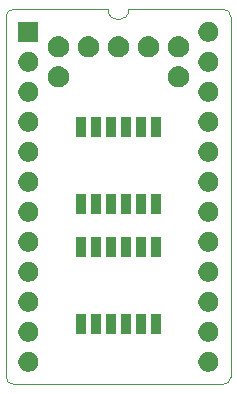
<source format=gbr>
%TF.GenerationSoftware,KiCad,Pcbnew,(5.1.5-0-10_14)*%
%TF.CreationDate,2021-03-11T16:13:23+01:00*%
%TF.ProjectId,C64-ROM-Adapter-LB,4336342d-524f-44d2-9d41-646170746572,1.1*%
%TF.SameCoordinates,Original*%
%TF.FileFunction,Soldermask,Top*%
%TF.FilePolarity,Negative*%
%FSLAX46Y46*%
G04 Gerber Fmt 4.6, Leading zero omitted, Abs format (unit mm)*
G04 Created by KiCad (PCBNEW (5.1.5-0-10_14)) date 2021-03-11 16:13:23*
%MOMM*%
%LPD*%
G04 APERTURE LIST*
%ADD10C,0.050000*%
%ADD11C,0.150000*%
G04 APERTURE END LIST*
D10*
X122809000Y-48895000D02*
X130810000Y-48895000D01*
X122809000Y-48895000D02*
G75*
G02X121031000Y-48895000I-889000J0D01*
G01*
X131445000Y-80010000D02*
G75*
G02X130810000Y-80645000I-635000J0D01*
G01*
X113030000Y-80645000D02*
G75*
G02X112395000Y-80010000I0J635000D01*
G01*
X112395000Y-49530000D02*
G75*
G02X113030000Y-48895000I635000J0D01*
G01*
X130810000Y-48895000D02*
G75*
G02X131445000Y-49530000I0J-635000D01*
G01*
X112395000Y-80010000D02*
X112395000Y-49530000D01*
X130810000Y-80645000D02*
X113030000Y-80645000D01*
X131445000Y-49530000D02*
X131445000Y-80010000D01*
X113030000Y-48895000D02*
X121031000Y-48895000D01*
D11*
G36*
X129788228Y-77921703D02*
G01*
X129943100Y-77985853D01*
X130082481Y-78078985D01*
X130201015Y-78197519D01*
X130294147Y-78336900D01*
X130358297Y-78491772D01*
X130391000Y-78656184D01*
X130391000Y-78823816D01*
X130358297Y-78988228D01*
X130294147Y-79143100D01*
X130201015Y-79282481D01*
X130082481Y-79401015D01*
X129943100Y-79494147D01*
X129788228Y-79558297D01*
X129623816Y-79591000D01*
X129456184Y-79591000D01*
X129291772Y-79558297D01*
X129136900Y-79494147D01*
X128997519Y-79401015D01*
X128878985Y-79282481D01*
X128785853Y-79143100D01*
X128721703Y-78988228D01*
X128689000Y-78823816D01*
X128689000Y-78656184D01*
X128721703Y-78491772D01*
X128785853Y-78336900D01*
X128878985Y-78197519D01*
X128997519Y-78078985D01*
X129136900Y-77985853D01*
X129291772Y-77921703D01*
X129456184Y-77889000D01*
X129623816Y-77889000D01*
X129788228Y-77921703D01*
G37*
G36*
X114548228Y-77921703D02*
G01*
X114703100Y-77985853D01*
X114842481Y-78078985D01*
X114961015Y-78197519D01*
X115054147Y-78336900D01*
X115118297Y-78491772D01*
X115151000Y-78656184D01*
X115151000Y-78823816D01*
X115118297Y-78988228D01*
X115054147Y-79143100D01*
X114961015Y-79282481D01*
X114842481Y-79401015D01*
X114703100Y-79494147D01*
X114548228Y-79558297D01*
X114383816Y-79591000D01*
X114216184Y-79591000D01*
X114051772Y-79558297D01*
X113896900Y-79494147D01*
X113757519Y-79401015D01*
X113638985Y-79282481D01*
X113545853Y-79143100D01*
X113481703Y-78988228D01*
X113449000Y-78823816D01*
X113449000Y-78656184D01*
X113481703Y-78491772D01*
X113545853Y-78336900D01*
X113638985Y-78197519D01*
X113757519Y-78078985D01*
X113896900Y-77985853D01*
X114051772Y-77921703D01*
X114216184Y-77889000D01*
X114383816Y-77889000D01*
X114548228Y-77921703D01*
G37*
G36*
X129788228Y-75381703D02*
G01*
X129943100Y-75445853D01*
X130082481Y-75538985D01*
X130201015Y-75657519D01*
X130294147Y-75796900D01*
X130358297Y-75951772D01*
X130391000Y-76116184D01*
X130391000Y-76283816D01*
X130358297Y-76448228D01*
X130294147Y-76603100D01*
X130201015Y-76742481D01*
X130082481Y-76861015D01*
X129943100Y-76954147D01*
X129788228Y-77018297D01*
X129623816Y-77051000D01*
X129456184Y-77051000D01*
X129291772Y-77018297D01*
X129136900Y-76954147D01*
X128997519Y-76861015D01*
X128878985Y-76742481D01*
X128785853Y-76603100D01*
X128721703Y-76448228D01*
X128689000Y-76283816D01*
X128689000Y-76116184D01*
X128721703Y-75951772D01*
X128785853Y-75796900D01*
X128878985Y-75657519D01*
X128997519Y-75538985D01*
X129136900Y-75445853D01*
X129291772Y-75381703D01*
X129456184Y-75349000D01*
X129623816Y-75349000D01*
X129788228Y-75381703D01*
G37*
G36*
X114548228Y-75381703D02*
G01*
X114703100Y-75445853D01*
X114842481Y-75538985D01*
X114961015Y-75657519D01*
X115054147Y-75796900D01*
X115118297Y-75951772D01*
X115151000Y-76116184D01*
X115151000Y-76283816D01*
X115118297Y-76448228D01*
X115054147Y-76603100D01*
X114961015Y-76742481D01*
X114842481Y-76861015D01*
X114703100Y-76954147D01*
X114548228Y-77018297D01*
X114383816Y-77051000D01*
X114216184Y-77051000D01*
X114051772Y-77018297D01*
X113896900Y-76954147D01*
X113757519Y-76861015D01*
X113638985Y-76742481D01*
X113545853Y-76603100D01*
X113481703Y-76448228D01*
X113449000Y-76283816D01*
X113449000Y-76116184D01*
X113481703Y-75951772D01*
X113545853Y-75796900D01*
X113638985Y-75657519D01*
X113757519Y-75538985D01*
X113896900Y-75445853D01*
X114051772Y-75381703D01*
X114216184Y-75349000D01*
X114383816Y-75349000D01*
X114548228Y-75381703D01*
G37*
G36*
X125526000Y-76416000D02*
G01*
X124664000Y-76416000D01*
X124664000Y-74714000D01*
X125526000Y-74714000D01*
X125526000Y-76416000D01*
G37*
G36*
X124256000Y-76416000D02*
G01*
X123394000Y-76416000D01*
X123394000Y-74714000D01*
X124256000Y-74714000D01*
X124256000Y-76416000D01*
G37*
G36*
X122986000Y-76416000D02*
G01*
X122124000Y-76416000D01*
X122124000Y-74714000D01*
X122986000Y-74714000D01*
X122986000Y-76416000D01*
G37*
G36*
X121716000Y-76416000D02*
G01*
X120854000Y-76416000D01*
X120854000Y-74714000D01*
X121716000Y-74714000D01*
X121716000Y-76416000D01*
G37*
G36*
X120446000Y-76416000D02*
G01*
X119584000Y-76416000D01*
X119584000Y-74714000D01*
X120446000Y-74714000D01*
X120446000Y-76416000D01*
G37*
G36*
X119176000Y-76416000D02*
G01*
X118314000Y-76416000D01*
X118314000Y-74714000D01*
X119176000Y-74714000D01*
X119176000Y-76416000D01*
G37*
G36*
X129788228Y-72841703D02*
G01*
X129943100Y-72905853D01*
X130082481Y-72998985D01*
X130201015Y-73117519D01*
X130294147Y-73256900D01*
X130358297Y-73411772D01*
X130391000Y-73576184D01*
X130391000Y-73743816D01*
X130358297Y-73908228D01*
X130294147Y-74063100D01*
X130201015Y-74202481D01*
X130082481Y-74321015D01*
X129943100Y-74414147D01*
X129788228Y-74478297D01*
X129623816Y-74511000D01*
X129456184Y-74511000D01*
X129291772Y-74478297D01*
X129136900Y-74414147D01*
X128997519Y-74321015D01*
X128878985Y-74202481D01*
X128785853Y-74063100D01*
X128721703Y-73908228D01*
X128689000Y-73743816D01*
X128689000Y-73576184D01*
X128721703Y-73411772D01*
X128785853Y-73256900D01*
X128878985Y-73117519D01*
X128997519Y-72998985D01*
X129136900Y-72905853D01*
X129291772Y-72841703D01*
X129456184Y-72809000D01*
X129623816Y-72809000D01*
X129788228Y-72841703D01*
G37*
G36*
X114548228Y-72841703D02*
G01*
X114703100Y-72905853D01*
X114842481Y-72998985D01*
X114961015Y-73117519D01*
X115054147Y-73256900D01*
X115118297Y-73411772D01*
X115151000Y-73576184D01*
X115151000Y-73743816D01*
X115118297Y-73908228D01*
X115054147Y-74063100D01*
X114961015Y-74202481D01*
X114842481Y-74321015D01*
X114703100Y-74414147D01*
X114548228Y-74478297D01*
X114383816Y-74511000D01*
X114216184Y-74511000D01*
X114051772Y-74478297D01*
X113896900Y-74414147D01*
X113757519Y-74321015D01*
X113638985Y-74202481D01*
X113545853Y-74063100D01*
X113481703Y-73908228D01*
X113449000Y-73743816D01*
X113449000Y-73576184D01*
X113481703Y-73411772D01*
X113545853Y-73256900D01*
X113638985Y-73117519D01*
X113757519Y-72998985D01*
X113896900Y-72905853D01*
X114051772Y-72841703D01*
X114216184Y-72809000D01*
X114383816Y-72809000D01*
X114548228Y-72841703D01*
G37*
G36*
X129788228Y-70301703D02*
G01*
X129943100Y-70365853D01*
X130082481Y-70458985D01*
X130201015Y-70577519D01*
X130294147Y-70716900D01*
X130358297Y-70871772D01*
X130391000Y-71036184D01*
X130391000Y-71203816D01*
X130358297Y-71368228D01*
X130294147Y-71523100D01*
X130201015Y-71662481D01*
X130082481Y-71781015D01*
X129943100Y-71874147D01*
X129788228Y-71938297D01*
X129623816Y-71971000D01*
X129456184Y-71971000D01*
X129291772Y-71938297D01*
X129136900Y-71874147D01*
X128997519Y-71781015D01*
X128878985Y-71662481D01*
X128785853Y-71523100D01*
X128721703Y-71368228D01*
X128689000Y-71203816D01*
X128689000Y-71036184D01*
X128721703Y-70871772D01*
X128785853Y-70716900D01*
X128878985Y-70577519D01*
X128997519Y-70458985D01*
X129136900Y-70365853D01*
X129291772Y-70301703D01*
X129456184Y-70269000D01*
X129623816Y-70269000D01*
X129788228Y-70301703D01*
G37*
G36*
X114548228Y-70301703D02*
G01*
X114703100Y-70365853D01*
X114842481Y-70458985D01*
X114961015Y-70577519D01*
X115054147Y-70716900D01*
X115118297Y-70871772D01*
X115151000Y-71036184D01*
X115151000Y-71203816D01*
X115118297Y-71368228D01*
X115054147Y-71523100D01*
X114961015Y-71662481D01*
X114842481Y-71781015D01*
X114703100Y-71874147D01*
X114548228Y-71938297D01*
X114383816Y-71971000D01*
X114216184Y-71971000D01*
X114051772Y-71938297D01*
X113896900Y-71874147D01*
X113757519Y-71781015D01*
X113638985Y-71662481D01*
X113545853Y-71523100D01*
X113481703Y-71368228D01*
X113449000Y-71203816D01*
X113449000Y-71036184D01*
X113481703Y-70871772D01*
X113545853Y-70716900D01*
X113638985Y-70577519D01*
X113757519Y-70458985D01*
X113896900Y-70365853D01*
X114051772Y-70301703D01*
X114216184Y-70269000D01*
X114383816Y-70269000D01*
X114548228Y-70301703D01*
G37*
G36*
X119176000Y-69906000D02*
G01*
X118314000Y-69906000D01*
X118314000Y-68204000D01*
X119176000Y-68204000D01*
X119176000Y-69906000D01*
G37*
G36*
X125526000Y-69896000D02*
G01*
X124664000Y-69896000D01*
X124664000Y-68194000D01*
X125526000Y-68194000D01*
X125526000Y-69896000D01*
G37*
G36*
X124256000Y-69896000D02*
G01*
X123394000Y-69896000D01*
X123394000Y-68194000D01*
X124256000Y-68194000D01*
X124256000Y-69896000D01*
G37*
G36*
X122986000Y-69896000D02*
G01*
X122124000Y-69896000D01*
X122124000Y-68194000D01*
X122986000Y-68194000D01*
X122986000Y-69896000D01*
G37*
G36*
X121716000Y-69896000D02*
G01*
X120854000Y-69896000D01*
X120854000Y-68194000D01*
X121716000Y-68194000D01*
X121716000Y-69896000D01*
G37*
G36*
X120446000Y-69896000D02*
G01*
X119584000Y-69896000D01*
X119584000Y-68194000D01*
X120446000Y-68194000D01*
X120446000Y-69896000D01*
G37*
G36*
X129788228Y-67761703D02*
G01*
X129943100Y-67825853D01*
X130082481Y-67918985D01*
X130201015Y-68037519D01*
X130294147Y-68176900D01*
X130358297Y-68331772D01*
X130391000Y-68496184D01*
X130391000Y-68663816D01*
X130358297Y-68828228D01*
X130294147Y-68983100D01*
X130201015Y-69122481D01*
X130082481Y-69241015D01*
X129943100Y-69334147D01*
X129788228Y-69398297D01*
X129623816Y-69431000D01*
X129456184Y-69431000D01*
X129291772Y-69398297D01*
X129136900Y-69334147D01*
X128997519Y-69241015D01*
X128878985Y-69122481D01*
X128785853Y-68983100D01*
X128721703Y-68828228D01*
X128689000Y-68663816D01*
X128689000Y-68496184D01*
X128721703Y-68331772D01*
X128785853Y-68176900D01*
X128878985Y-68037519D01*
X128997519Y-67918985D01*
X129136900Y-67825853D01*
X129291772Y-67761703D01*
X129456184Y-67729000D01*
X129623816Y-67729000D01*
X129788228Y-67761703D01*
G37*
G36*
X114548228Y-67761703D02*
G01*
X114703100Y-67825853D01*
X114842481Y-67918985D01*
X114961015Y-68037519D01*
X115054147Y-68176900D01*
X115118297Y-68331772D01*
X115151000Y-68496184D01*
X115151000Y-68663816D01*
X115118297Y-68828228D01*
X115054147Y-68983100D01*
X114961015Y-69122481D01*
X114842481Y-69241015D01*
X114703100Y-69334147D01*
X114548228Y-69398297D01*
X114383816Y-69431000D01*
X114216184Y-69431000D01*
X114051772Y-69398297D01*
X113896900Y-69334147D01*
X113757519Y-69241015D01*
X113638985Y-69122481D01*
X113545853Y-68983100D01*
X113481703Y-68828228D01*
X113449000Y-68663816D01*
X113449000Y-68496184D01*
X113481703Y-68331772D01*
X113545853Y-68176900D01*
X113638985Y-68037519D01*
X113757519Y-67918985D01*
X113896900Y-67825853D01*
X114051772Y-67761703D01*
X114216184Y-67729000D01*
X114383816Y-67729000D01*
X114548228Y-67761703D01*
G37*
G36*
X129788228Y-65221703D02*
G01*
X129943100Y-65285853D01*
X130082481Y-65378985D01*
X130201015Y-65497519D01*
X130294147Y-65636900D01*
X130358297Y-65791772D01*
X130391000Y-65956184D01*
X130391000Y-66123816D01*
X130358297Y-66288228D01*
X130294147Y-66443100D01*
X130201015Y-66582481D01*
X130082481Y-66701015D01*
X129943100Y-66794147D01*
X129788228Y-66858297D01*
X129623816Y-66891000D01*
X129456184Y-66891000D01*
X129291772Y-66858297D01*
X129136900Y-66794147D01*
X128997519Y-66701015D01*
X128878985Y-66582481D01*
X128785853Y-66443100D01*
X128721703Y-66288228D01*
X128689000Y-66123816D01*
X128689000Y-65956184D01*
X128721703Y-65791772D01*
X128785853Y-65636900D01*
X128878985Y-65497519D01*
X128997519Y-65378985D01*
X129136900Y-65285853D01*
X129291772Y-65221703D01*
X129456184Y-65189000D01*
X129623816Y-65189000D01*
X129788228Y-65221703D01*
G37*
G36*
X114548228Y-65221703D02*
G01*
X114703100Y-65285853D01*
X114842481Y-65378985D01*
X114961015Y-65497519D01*
X115054147Y-65636900D01*
X115118297Y-65791772D01*
X115151000Y-65956184D01*
X115151000Y-66123816D01*
X115118297Y-66288228D01*
X115054147Y-66443100D01*
X114961015Y-66582481D01*
X114842481Y-66701015D01*
X114703100Y-66794147D01*
X114548228Y-66858297D01*
X114383816Y-66891000D01*
X114216184Y-66891000D01*
X114051772Y-66858297D01*
X113896900Y-66794147D01*
X113757519Y-66701015D01*
X113638985Y-66582481D01*
X113545853Y-66443100D01*
X113481703Y-66288228D01*
X113449000Y-66123816D01*
X113449000Y-65956184D01*
X113481703Y-65791772D01*
X113545853Y-65636900D01*
X113638985Y-65497519D01*
X113757519Y-65378985D01*
X113896900Y-65285853D01*
X114051772Y-65221703D01*
X114216184Y-65189000D01*
X114383816Y-65189000D01*
X114548228Y-65221703D01*
G37*
G36*
X121716000Y-66256000D02*
G01*
X120854000Y-66256000D01*
X120854000Y-64554000D01*
X121716000Y-64554000D01*
X121716000Y-66256000D01*
G37*
G36*
X119176000Y-66256000D02*
G01*
X118314000Y-66256000D01*
X118314000Y-64554000D01*
X119176000Y-64554000D01*
X119176000Y-66256000D01*
G37*
G36*
X120446000Y-66256000D02*
G01*
X119584000Y-66256000D01*
X119584000Y-64554000D01*
X120446000Y-64554000D01*
X120446000Y-66256000D01*
G37*
G36*
X122986000Y-66256000D02*
G01*
X122124000Y-66256000D01*
X122124000Y-64554000D01*
X122986000Y-64554000D01*
X122986000Y-66256000D01*
G37*
G36*
X124256000Y-66256000D02*
G01*
X123394000Y-66256000D01*
X123394000Y-64554000D01*
X124256000Y-64554000D01*
X124256000Y-66256000D01*
G37*
G36*
X125526000Y-66256000D02*
G01*
X124664000Y-66256000D01*
X124664000Y-64554000D01*
X125526000Y-64554000D01*
X125526000Y-66256000D01*
G37*
G36*
X129788228Y-62681703D02*
G01*
X129943100Y-62745853D01*
X130082481Y-62838985D01*
X130201015Y-62957519D01*
X130294147Y-63096900D01*
X130358297Y-63251772D01*
X130391000Y-63416184D01*
X130391000Y-63583816D01*
X130358297Y-63748228D01*
X130294147Y-63903100D01*
X130201015Y-64042481D01*
X130082481Y-64161015D01*
X129943100Y-64254147D01*
X129788228Y-64318297D01*
X129623816Y-64351000D01*
X129456184Y-64351000D01*
X129291772Y-64318297D01*
X129136900Y-64254147D01*
X128997519Y-64161015D01*
X128878985Y-64042481D01*
X128785853Y-63903100D01*
X128721703Y-63748228D01*
X128689000Y-63583816D01*
X128689000Y-63416184D01*
X128721703Y-63251772D01*
X128785853Y-63096900D01*
X128878985Y-62957519D01*
X128997519Y-62838985D01*
X129136900Y-62745853D01*
X129291772Y-62681703D01*
X129456184Y-62649000D01*
X129623816Y-62649000D01*
X129788228Y-62681703D01*
G37*
G36*
X114548228Y-62681703D02*
G01*
X114703100Y-62745853D01*
X114842481Y-62838985D01*
X114961015Y-62957519D01*
X115054147Y-63096900D01*
X115118297Y-63251772D01*
X115151000Y-63416184D01*
X115151000Y-63583816D01*
X115118297Y-63748228D01*
X115054147Y-63903100D01*
X114961015Y-64042481D01*
X114842481Y-64161015D01*
X114703100Y-64254147D01*
X114548228Y-64318297D01*
X114383816Y-64351000D01*
X114216184Y-64351000D01*
X114051772Y-64318297D01*
X113896900Y-64254147D01*
X113757519Y-64161015D01*
X113638985Y-64042481D01*
X113545853Y-63903100D01*
X113481703Y-63748228D01*
X113449000Y-63583816D01*
X113449000Y-63416184D01*
X113481703Y-63251772D01*
X113545853Y-63096900D01*
X113638985Y-62957519D01*
X113757519Y-62838985D01*
X113896900Y-62745853D01*
X114051772Y-62681703D01*
X114216184Y-62649000D01*
X114383816Y-62649000D01*
X114548228Y-62681703D01*
G37*
G36*
X129788228Y-60141703D02*
G01*
X129943100Y-60205853D01*
X130082481Y-60298985D01*
X130201015Y-60417519D01*
X130294147Y-60556900D01*
X130358297Y-60711772D01*
X130391000Y-60876184D01*
X130391000Y-61043816D01*
X130358297Y-61208228D01*
X130294147Y-61363100D01*
X130201015Y-61502481D01*
X130082481Y-61621015D01*
X129943100Y-61714147D01*
X129788228Y-61778297D01*
X129623816Y-61811000D01*
X129456184Y-61811000D01*
X129291772Y-61778297D01*
X129136900Y-61714147D01*
X128997519Y-61621015D01*
X128878985Y-61502481D01*
X128785853Y-61363100D01*
X128721703Y-61208228D01*
X128689000Y-61043816D01*
X128689000Y-60876184D01*
X128721703Y-60711772D01*
X128785853Y-60556900D01*
X128878985Y-60417519D01*
X128997519Y-60298985D01*
X129136900Y-60205853D01*
X129291772Y-60141703D01*
X129456184Y-60109000D01*
X129623816Y-60109000D01*
X129788228Y-60141703D01*
G37*
G36*
X114548228Y-60141703D02*
G01*
X114703100Y-60205853D01*
X114842481Y-60298985D01*
X114961015Y-60417519D01*
X115054147Y-60556900D01*
X115118297Y-60711772D01*
X115151000Y-60876184D01*
X115151000Y-61043816D01*
X115118297Y-61208228D01*
X115054147Y-61363100D01*
X114961015Y-61502481D01*
X114842481Y-61621015D01*
X114703100Y-61714147D01*
X114548228Y-61778297D01*
X114383816Y-61811000D01*
X114216184Y-61811000D01*
X114051772Y-61778297D01*
X113896900Y-61714147D01*
X113757519Y-61621015D01*
X113638985Y-61502481D01*
X113545853Y-61363100D01*
X113481703Y-61208228D01*
X113449000Y-61043816D01*
X113449000Y-60876184D01*
X113481703Y-60711772D01*
X113545853Y-60556900D01*
X113638985Y-60417519D01*
X113757519Y-60298985D01*
X113896900Y-60205853D01*
X114051772Y-60141703D01*
X114216184Y-60109000D01*
X114383816Y-60109000D01*
X114548228Y-60141703D01*
G37*
G36*
X119176000Y-59746000D02*
G01*
X118314000Y-59746000D01*
X118314000Y-58044000D01*
X119176000Y-58044000D01*
X119176000Y-59746000D01*
G37*
G36*
X125526000Y-59736000D02*
G01*
X124664000Y-59736000D01*
X124664000Y-58034000D01*
X125526000Y-58034000D01*
X125526000Y-59736000D01*
G37*
G36*
X124256000Y-59736000D02*
G01*
X123394000Y-59736000D01*
X123394000Y-58034000D01*
X124256000Y-58034000D01*
X124256000Y-59736000D01*
G37*
G36*
X122986000Y-59736000D02*
G01*
X122124000Y-59736000D01*
X122124000Y-58034000D01*
X122986000Y-58034000D01*
X122986000Y-59736000D01*
G37*
G36*
X121716000Y-59736000D02*
G01*
X120854000Y-59736000D01*
X120854000Y-58034000D01*
X121716000Y-58034000D01*
X121716000Y-59736000D01*
G37*
G36*
X120446000Y-59736000D02*
G01*
X119584000Y-59736000D01*
X119584000Y-58034000D01*
X120446000Y-58034000D01*
X120446000Y-59736000D01*
G37*
G36*
X114548228Y-57601703D02*
G01*
X114703100Y-57665853D01*
X114842481Y-57758985D01*
X114961015Y-57877519D01*
X115054147Y-58016900D01*
X115118297Y-58171772D01*
X115151000Y-58336184D01*
X115151000Y-58503816D01*
X115118297Y-58668228D01*
X115054147Y-58823100D01*
X114961015Y-58962481D01*
X114842481Y-59081015D01*
X114703100Y-59174147D01*
X114548228Y-59238297D01*
X114383816Y-59271000D01*
X114216184Y-59271000D01*
X114051772Y-59238297D01*
X113896900Y-59174147D01*
X113757519Y-59081015D01*
X113638985Y-58962481D01*
X113545853Y-58823100D01*
X113481703Y-58668228D01*
X113449000Y-58503816D01*
X113449000Y-58336184D01*
X113481703Y-58171772D01*
X113545853Y-58016900D01*
X113638985Y-57877519D01*
X113757519Y-57758985D01*
X113896900Y-57665853D01*
X114051772Y-57601703D01*
X114216184Y-57569000D01*
X114383816Y-57569000D01*
X114548228Y-57601703D01*
G37*
G36*
X129788228Y-57601703D02*
G01*
X129943100Y-57665853D01*
X130082481Y-57758985D01*
X130201015Y-57877519D01*
X130294147Y-58016900D01*
X130358297Y-58171772D01*
X130391000Y-58336184D01*
X130391000Y-58503816D01*
X130358297Y-58668228D01*
X130294147Y-58823100D01*
X130201015Y-58962481D01*
X130082481Y-59081015D01*
X129943100Y-59174147D01*
X129788228Y-59238297D01*
X129623816Y-59271000D01*
X129456184Y-59271000D01*
X129291772Y-59238297D01*
X129136900Y-59174147D01*
X128997519Y-59081015D01*
X128878985Y-58962481D01*
X128785853Y-58823100D01*
X128721703Y-58668228D01*
X128689000Y-58503816D01*
X128689000Y-58336184D01*
X128721703Y-58171772D01*
X128785853Y-58016900D01*
X128878985Y-57877519D01*
X128997519Y-57758985D01*
X129136900Y-57665853D01*
X129291772Y-57601703D01*
X129456184Y-57569000D01*
X129623816Y-57569000D01*
X129788228Y-57601703D01*
G37*
G36*
X129788228Y-55061703D02*
G01*
X129943100Y-55125853D01*
X130082481Y-55218985D01*
X130201015Y-55337519D01*
X130294147Y-55476900D01*
X130358297Y-55631772D01*
X130391000Y-55796184D01*
X130391000Y-55963816D01*
X130358297Y-56128228D01*
X130294147Y-56283100D01*
X130201015Y-56422481D01*
X130082481Y-56541015D01*
X129943100Y-56634147D01*
X129788228Y-56698297D01*
X129623816Y-56731000D01*
X129456184Y-56731000D01*
X129291772Y-56698297D01*
X129136900Y-56634147D01*
X128997519Y-56541015D01*
X128878985Y-56422481D01*
X128785853Y-56283100D01*
X128721703Y-56128228D01*
X128689000Y-55963816D01*
X128689000Y-55796184D01*
X128721703Y-55631772D01*
X128785853Y-55476900D01*
X128878985Y-55337519D01*
X128997519Y-55218985D01*
X129136900Y-55125853D01*
X129291772Y-55061703D01*
X129456184Y-55029000D01*
X129623816Y-55029000D01*
X129788228Y-55061703D01*
G37*
G36*
X114548228Y-55061703D02*
G01*
X114703100Y-55125853D01*
X114842481Y-55218985D01*
X114961015Y-55337519D01*
X115054147Y-55476900D01*
X115118297Y-55631772D01*
X115151000Y-55796184D01*
X115151000Y-55963816D01*
X115118297Y-56128228D01*
X115054147Y-56283100D01*
X114961015Y-56422481D01*
X114842481Y-56541015D01*
X114703100Y-56634147D01*
X114548228Y-56698297D01*
X114383816Y-56731000D01*
X114216184Y-56731000D01*
X114051772Y-56698297D01*
X113896900Y-56634147D01*
X113757519Y-56541015D01*
X113638985Y-56422481D01*
X113545853Y-56283100D01*
X113481703Y-56128228D01*
X113449000Y-55963816D01*
X113449000Y-55796184D01*
X113481703Y-55631772D01*
X113545853Y-55476900D01*
X113638985Y-55337519D01*
X113757519Y-55218985D01*
X113896900Y-55125853D01*
X114051772Y-55061703D01*
X114216184Y-55029000D01*
X114383816Y-55029000D01*
X114548228Y-55061703D01*
G37*
G36*
X127113512Y-53713927D02*
G01*
X127262812Y-53743624D01*
X127426784Y-53811544D01*
X127574354Y-53910147D01*
X127699853Y-54035646D01*
X127798456Y-54183216D01*
X127866376Y-54347188D01*
X127901000Y-54521259D01*
X127901000Y-54698741D01*
X127866376Y-54872812D01*
X127798456Y-55036784D01*
X127699853Y-55184354D01*
X127574354Y-55309853D01*
X127426784Y-55408456D01*
X127262812Y-55476376D01*
X127113512Y-55506073D01*
X127088742Y-55511000D01*
X126911258Y-55511000D01*
X126886488Y-55506073D01*
X126737188Y-55476376D01*
X126573216Y-55408456D01*
X126425646Y-55309853D01*
X126300147Y-55184354D01*
X126201544Y-55036784D01*
X126133624Y-54872812D01*
X126099000Y-54698741D01*
X126099000Y-54521259D01*
X126133624Y-54347188D01*
X126201544Y-54183216D01*
X126300147Y-54035646D01*
X126425646Y-53910147D01*
X126573216Y-53811544D01*
X126737188Y-53743624D01*
X126886488Y-53713927D01*
X126911258Y-53709000D01*
X127088742Y-53709000D01*
X127113512Y-53713927D01*
G37*
G36*
X116953512Y-53713927D02*
G01*
X117102812Y-53743624D01*
X117266784Y-53811544D01*
X117414354Y-53910147D01*
X117539853Y-54035646D01*
X117638456Y-54183216D01*
X117706376Y-54347188D01*
X117741000Y-54521259D01*
X117741000Y-54698741D01*
X117706376Y-54872812D01*
X117638456Y-55036784D01*
X117539853Y-55184354D01*
X117414354Y-55309853D01*
X117266784Y-55408456D01*
X117102812Y-55476376D01*
X116953512Y-55506073D01*
X116928742Y-55511000D01*
X116751258Y-55511000D01*
X116726488Y-55506073D01*
X116577188Y-55476376D01*
X116413216Y-55408456D01*
X116265646Y-55309853D01*
X116140147Y-55184354D01*
X116041544Y-55036784D01*
X115973624Y-54872812D01*
X115939000Y-54698741D01*
X115939000Y-54521259D01*
X115973624Y-54347188D01*
X116041544Y-54183216D01*
X116140147Y-54035646D01*
X116265646Y-53910147D01*
X116413216Y-53811544D01*
X116577188Y-53743624D01*
X116726488Y-53713927D01*
X116751258Y-53709000D01*
X116928742Y-53709000D01*
X116953512Y-53713927D01*
G37*
G36*
X129788228Y-52521703D02*
G01*
X129943100Y-52585853D01*
X130082481Y-52678985D01*
X130201015Y-52797519D01*
X130294147Y-52936900D01*
X130358297Y-53091772D01*
X130391000Y-53256184D01*
X130391000Y-53423816D01*
X130358297Y-53588228D01*
X130294147Y-53743100D01*
X130201015Y-53882481D01*
X130082481Y-54001015D01*
X129943100Y-54094147D01*
X129788228Y-54158297D01*
X129623816Y-54191000D01*
X129456184Y-54191000D01*
X129291772Y-54158297D01*
X129136900Y-54094147D01*
X128997519Y-54001015D01*
X128878985Y-53882481D01*
X128785853Y-53743100D01*
X128721703Y-53588228D01*
X128689000Y-53423816D01*
X128689000Y-53256184D01*
X128721703Y-53091772D01*
X128785853Y-52936900D01*
X128878985Y-52797519D01*
X128997519Y-52678985D01*
X129136900Y-52585853D01*
X129291772Y-52521703D01*
X129456184Y-52489000D01*
X129623816Y-52489000D01*
X129788228Y-52521703D01*
G37*
G36*
X114548228Y-52521703D02*
G01*
X114703100Y-52585853D01*
X114842481Y-52678985D01*
X114961015Y-52797519D01*
X115054147Y-52936900D01*
X115118297Y-53091772D01*
X115151000Y-53256184D01*
X115151000Y-53423816D01*
X115118297Y-53588228D01*
X115054147Y-53743100D01*
X114961015Y-53882481D01*
X114842481Y-54001015D01*
X114703100Y-54094147D01*
X114548228Y-54158297D01*
X114383816Y-54191000D01*
X114216184Y-54191000D01*
X114051772Y-54158297D01*
X113896900Y-54094147D01*
X113757519Y-54001015D01*
X113638985Y-53882481D01*
X113545853Y-53743100D01*
X113481703Y-53588228D01*
X113449000Y-53423816D01*
X113449000Y-53256184D01*
X113481703Y-53091772D01*
X113545853Y-52936900D01*
X113638985Y-52797519D01*
X113757519Y-52678985D01*
X113896900Y-52585853D01*
X114051772Y-52521703D01*
X114216184Y-52489000D01*
X114383816Y-52489000D01*
X114548228Y-52521703D01*
G37*
G36*
X124573512Y-51173927D02*
G01*
X124722812Y-51203624D01*
X124886784Y-51271544D01*
X125034354Y-51370147D01*
X125159853Y-51495646D01*
X125258456Y-51643216D01*
X125326376Y-51807188D01*
X125361000Y-51981259D01*
X125361000Y-52158741D01*
X125326376Y-52332812D01*
X125258456Y-52496784D01*
X125159853Y-52644354D01*
X125034354Y-52769853D01*
X124886784Y-52868456D01*
X124722812Y-52936376D01*
X124573512Y-52966073D01*
X124548742Y-52971000D01*
X124371258Y-52971000D01*
X124346488Y-52966073D01*
X124197188Y-52936376D01*
X124033216Y-52868456D01*
X123885646Y-52769853D01*
X123760147Y-52644354D01*
X123661544Y-52496784D01*
X123593624Y-52332812D01*
X123559000Y-52158741D01*
X123559000Y-51981259D01*
X123593624Y-51807188D01*
X123661544Y-51643216D01*
X123760147Y-51495646D01*
X123885646Y-51370147D01*
X124033216Y-51271544D01*
X124197188Y-51203624D01*
X124346488Y-51173927D01*
X124371258Y-51169000D01*
X124548742Y-51169000D01*
X124573512Y-51173927D01*
G37*
G36*
X127113512Y-51173927D02*
G01*
X127262812Y-51203624D01*
X127426784Y-51271544D01*
X127574354Y-51370147D01*
X127699853Y-51495646D01*
X127798456Y-51643216D01*
X127866376Y-51807188D01*
X127901000Y-51981259D01*
X127901000Y-52158741D01*
X127866376Y-52332812D01*
X127798456Y-52496784D01*
X127699853Y-52644354D01*
X127574354Y-52769853D01*
X127426784Y-52868456D01*
X127262812Y-52936376D01*
X127113512Y-52966073D01*
X127088742Y-52971000D01*
X126911258Y-52971000D01*
X126886488Y-52966073D01*
X126737188Y-52936376D01*
X126573216Y-52868456D01*
X126425646Y-52769853D01*
X126300147Y-52644354D01*
X126201544Y-52496784D01*
X126133624Y-52332812D01*
X126099000Y-52158741D01*
X126099000Y-51981259D01*
X126133624Y-51807188D01*
X126201544Y-51643216D01*
X126300147Y-51495646D01*
X126425646Y-51370147D01*
X126573216Y-51271544D01*
X126737188Y-51203624D01*
X126886488Y-51173927D01*
X126911258Y-51169000D01*
X127088742Y-51169000D01*
X127113512Y-51173927D01*
G37*
G36*
X116953512Y-51173927D02*
G01*
X117102812Y-51203624D01*
X117266784Y-51271544D01*
X117414354Y-51370147D01*
X117539853Y-51495646D01*
X117638456Y-51643216D01*
X117706376Y-51807188D01*
X117741000Y-51981259D01*
X117741000Y-52158741D01*
X117706376Y-52332812D01*
X117638456Y-52496784D01*
X117539853Y-52644354D01*
X117414354Y-52769853D01*
X117266784Y-52868456D01*
X117102812Y-52936376D01*
X116953512Y-52966073D01*
X116928742Y-52971000D01*
X116751258Y-52971000D01*
X116726488Y-52966073D01*
X116577188Y-52936376D01*
X116413216Y-52868456D01*
X116265646Y-52769853D01*
X116140147Y-52644354D01*
X116041544Y-52496784D01*
X115973624Y-52332812D01*
X115939000Y-52158741D01*
X115939000Y-51981259D01*
X115973624Y-51807188D01*
X116041544Y-51643216D01*
X116140147Y-51495646D01*
X116265646Y-51370147D01*
X116413216Y-51271544D01*
X116577188Y-51203624D01*
X116726488Y-51173927D01*
X116751258Y-51169000D01*
X116928742Y-51169000D01*
X116953512Y-51173927D01*
G37*
G36*
X119493512Y-51173927D02*
G01*
X119642812Y-51203624D01*
X119806784Y-51271544D01*
X119954354Y-51370147D01*
X120079853Y-51495646D01*
X120178456Y-51643216D01*
X120246376Y-51807188D01*
X120281000Y-51981259D01*
X120281000Y-52158741D01*
X120246376Y-52332812D01*
X120178456Y-52496784D01*
X120079853Y-52644354D01*
X119954354Y-52769853D01*
X119806784Y-52868456D01*
X119642812Y-52936376D01*
X119493512Y-52966073D01*
X119468742Y-52971000D01*
X119291258Y-52971000D01*
X119266488Y-52966073D01*
X119117188Y-52936376D01*
X118953216Y-52868456D01*
X118805646Y-52769853D01*
X118680147Y-52644354D01*
X118581544Y-52496784D01*
X118513624Y-52332812D01*
X118479000Y-52158741D01*
X118479000Y-51981259D01*
X118513624Y-51807188D01*
X118581544Y-51643216D01*
X118680147Y-51495646D01*
X118805646Y-51370147D01*
X118953216Y-51271544D01*
X119117188Y-51203624D01*
X119266488Y-51173927D01*
X119291258Y-51169000D01*
X119468742Y-51169000D01*
X119493512Y-51173927D01*
G37*
G36*
X122033512Y-51173927D02*
G01*
X122182812Y-51203624D01*
X122346784Y-51271544D01*
X122494354Y-51370147D01*
X122619853Y-51495646D01*
X122718456Y-51643216D01*
X122786376Y-51807188D01*
X122821000Y-51981259D01*
X122821000Y-52158741D01*
X122786376Y-52332812D01*
X122718456Y-52496784D01*
X122619853Y-52644354D01*
X122494354Y-52769853D01*
X122346784Y-52868456D01*
X122182812Y-52936376D01*
X122033512Y-52966073D01*
X122008742Y-52971000D01*
X121831258Y-52971000D01*
X121806488Y-52966073D01*
X121657188Y-52936376D01*
X121493216Y-52868456D01*
X121345646Y-52769853D01*
X121220147Y-52644354D01*
X121121544Y-52496784D01*
X121053624Y-52332812D01*
X121019000Y-52158741D01*
X121019000Y-51981259D01*
X121053624Y-51807188D01*
X121121544Y-51643216D01*
X121220147Y-51495646D01*
X121345646Y-51370147D01*
X121493216Y-51271544D01*
X121657188Y-51203624D01*
X121806488Y-51173927D01*
X121831258Y-51169000D01*
X122008742Y-51169000D01*
X122033512Y-51173927D01*
G37*
G36*
X115151000Y-51651000D02*
G01*
X113449000Y-51651000D01*
X113449000Y-49949000D01*
X115151000Y-49949000D01*
X115151000Y-51651000D01*
G37*
G36*
X129788228Y-49981703D02*
G01*
X129943100Y-50045853D01*
X130082481Y-50138985D01*
X130201015Y-50257519D01*
X130294147Y-50396900D01*
X130358297Y-50551772D01*
X130391000Y-50716184D01*
X130391000Y-50883816D01*
X130358297Y-51048228D01*
X130294147Y-51203100D01*
X130201015Y-51342481D01*
X130082481Y-51461015D01*
X129943100Y-51554147D01*
X129788228Y-51618297D01*
X129623816Y-51651000D01*
X129456184Y-51651000D01*
X129291772Y-51618297D01*
X129136900Y-51554147D01*
X128997519Y-51461015D01*
X128878985Y-51342481D01*
X128785853Y-51203100D01*
X128721703Y-51048228D01*
X128689000Y-50883816D01*
X128689000Y-50716184D01*
X128721703Y-50551772D01*
X128785853Y-50396900D01*
X128878985Y-50257519D01*
X128997519Y-50138985D01*
X129136900Y-50045853D01*
X129291772Y-49981703D01*
X129456184Y-49949000D01*
X129623816Y-49949000D01*
X129788228Y-49981703D01*
G37*
M02*

</source>
